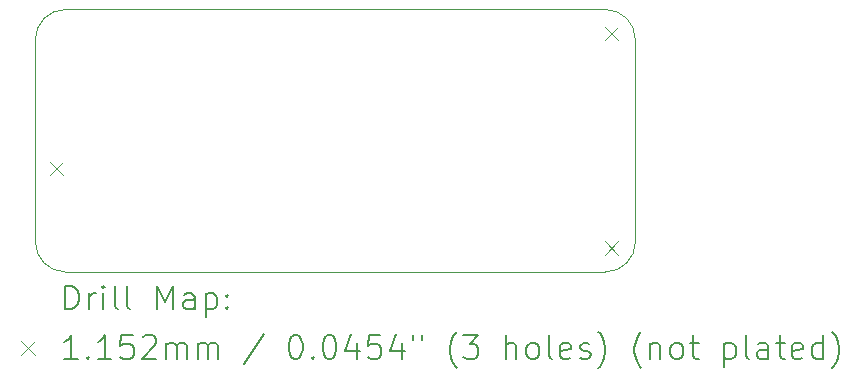
<source format=gbr>
%TF.GenerationSoftware,KiCad,Pcbnew,(6.0.7)*%
%TF.CreationDate,2022-12-19T16:29:39-08:00*%
%TF.ProjectId,Intermediary_revC_4layer,496e7465-726d-4656-9469-6172795f7265,rev?*%
%TF.SameCoordinates,Original*%
%TF.FileFunction,Drillmap*%
%TF.FilePolarity,Positive*%
%FSLAX45Y45*%
G04 Gerber Fmt 4.5, Leading zero omitted, Abs format (unit mm)*
G04 Created by KiCad (PCBNEW (6.0.7)) date 2022-12-19 16:29:39*
%MOMM*%
%LPD*%
G01*
G04 APERTURE LIST*
%ADD10C,0.100000*%
%ADD11C,0.200000*%
%ADD12C,0.115200*%
G04 APERTURE END LIST*
D10*
X16764000Y-10604500D02*
G75*
G03*
X17018000Y-10350500I0J254000D01*
G01*
X12192000Y-8382000D02*
G75*
G03*
X11938000Y-8636000I0J-254000D01*
G01*
X12192000Y-8382000D02*
X16764000Y-8382000D01*
X17018000Y-8636000D02*
G75*
G03*
X16764000Y-8382000I-254000J0D01*
G01*
X11938000Y-10350500D02*
X11938000Y-8636000D01*
X16764000Y-10604500D02*
X12192000Y-10604500D01*
X11938000Y-10350500D02*
G75*
G03*
X12192000Y-10604500I254000J0D01*
G01*
X17018000Y-8636000D02*
X17018000Y-10350500D01*
D11*
D12*
X12058200Y-9670600D02*
X12173400Y-9785800D01*
X12173400Y-9670600D02*
X12058200Y-9785800D01*
X16757200Y-8527600D02*
X16872400Y-8642800D01*
X16872400Y-8527600D02*
X16757200Y-8642800D01*
X16757200Y-10343700D02*
X16872400Y-10458900D01*
X16872400Y-10343700D02*
X16757200Y-10458900D01*
D11*
X12190619Y-10919976D02*
X12190619Y-10719976D01*
X12238238Y-10719976D01*
X12266809Y-10729500D01*
X12285857Y-10748548D01*
X12295381Y-10767595D01*
X12304905Y-10805690D01*
X12304905Y-10834262D01*
X12295381Y-10872357D01*
X12285857Y-10891405D01*
X12266809Y-10910452D01*
X12238238Y-10919976D01*
X12190619Y-10919976D01*
X12390619Y-10919976D02*
X12390619Y-10786643D01*
X12390619Y-10824738D02*
X12400143Y-10805690D01*
X12409667Y-10796167D01*
X12428714Y-10786643D01*
X12447762Y-10786643D01*
X12514428Y-10919976D02*
X12514428Y-10786643D01*
X12514428Y-10719976D02*
X12504905Y-10729500D01*
X12514428Y-10739024D01*
X12523952Y-10729500D01*
X12514428Y-10719976D01*
X12514428Y-10739024D01*
X12638238Y-10919976D02*
X12619190Y-10910452D01*
X12609667Y-10891405D01*
X12609667Y-10719976D01*
X12743000Y-10919976D02*
X12723952Y-10910452D01*
X12714428Y-10891405D01*
X12714428Y-10719976D01*
X12971571Y-10919976D02*
X12971571Y-10719976D01*
X13038238Y-10862833D01*
X13104905Y-10719976D01*
X13104905Y-10919976D01*
X13285857Y-10919976D02*
X13285857Y-10815214D01*
X13276333Y-10796167D01*
X13257286Y-10786643D01*
X13219190Y-10786643D01*
X13200143Y-10796167D01*
X13285857Y-10910452D02*
X13266809Y-10919976D01*
X13219190Y-10919976D01*
X13200143Y-10910452D01*
X13190619Y-10891405D01*
X13190619Y-10872357D01*
X13200143Y-10853310D01*
X13219190Y-10843786D01*
X13266809Y-10843786D01*
X13285857Y-10834262D01*
X13381095Y-10786643D02*
X13381095Y-10986643D01*
X13381095Y-10796167D02*
X13400143Y-10786643D01*
X13438238Y-10786643D01*
X13457286Y-10796167D01*
X13466809Y-10805690D01*
X13476333Y-10824738D01*
X13476333Y-10881881D01*
X13466809Y-10900929D01*
X13457286Y-10910452D01*
X13438238Y-10919976D01*
X13400143Y-10919976D01*
X13381095Y-10910452D01*
X13562048Y-10900929D02*
X13571571Y-10910452D01*
X13562048Y-10919976D01*
X13552524Y-10910452D01*
X13562048Y-10900929D01*
X13562048Y-10919976D01*
X13562048Y-10796167D02*
X13571571Y-10805690D01*
X13562048Y-10815214D01*
X13552524Y-10805690D01*
X13562048Y-10796167D01*
X13562048Y-10815214D01*
D12*
X11817800Y-11191900D02*
X11933000Y-11307100D01*
X11933000Y-11191900D02*
X11817800Y-11307100D01*
D11*
X12295381Y-11339976D02*
X12181095Y-11339976D01*
X12238238Y-11339976D02*
X12238238Y-11139976D01*
X12219190Y-11168548D01*
X12200143Y-11187595D01*
X12181095Y-11197119D01*
X12381095Y-11320928D02*
X12390619Y-11330452D01*
X12381095Y-11339976D01*
X12371571Y-11330452D01*
X12381095Y-11320928D01*
X12381095Y-11339976D01*
X12581095Y-11339976D02*
X12466809Y-11339976D01*
X12523952Y-11339976D02*
X12523952Y-11139976D01*
X12504905Y-11168548D01*
X12485857Y-11187595D01*
X12466809Y-11197119D01*
X12762048Y-11139976D02*
X12666809Y-11139976D01*
X12657286Y-11235214D01*
X12666809Y-11225690D01*
X12685857Y-11216167D01*
X12733476Y-11216167D01*
X12752524Y-11225690D01*
X12762048Y-11235214D01*
X12771571Y-11254262D01*
X12771571Y-11301881D01*
X12762048Y-11320928D01*
X12752524Y-11330452D01*
X12733476Y-11339976D01*
X12685857Y-11339976D01*
X12666809Y-11330452D01*
X12657286Y-11320928D01*
X12847762Y-11159024D02*
X12857286Y-11149500D01*
X12876333Y-11139976D01*
X12923952Y-11139976D01*
X12943000Y-11149500D01*
X12952524Y-11159024D01*
X12962048Y-11178071D01*
X12962048Y-11197119D01*
X12952524Y-11225690D01*
X12838238Y-11339976D01*
X12962048Y-11339976D01*
X13047762Y-11339976D02*
X13047762Y-11206643D01*
X13047762Y-11225690D02*
X13057286Y-11216167D01*
X13076333Y-11206643D01*
X13104905Y-11206643D01*
X13123952Y-11216167D01*
X13133476Y-11235214D01*
X13133476Y-11339976D01*
X13133476Y-11235214D02*
X13143000Y-11216167D01*
X13162048Y-11206643D01*
X13190619Y-11206643D01*
X13209667Y-11216167D01*
X13219190Y-11235214D01*
X13219190Y-11339976D01*
X13314428Y-11339976D02*
X13314428Y-11206643D01*
X13314428Y-11225690D02*
X13323952Y-11216167D01*
X13343000Y-11206643D01*
X13371571Y-11206643D01*
X13390619Y-11216167D01*
X13400143Y-11235214D01*
X13400143Y-11339976D01*
X13400143Y-11235214D02*
X13409667Y-11216167D01*
X13428714Y-11206643D01*
X13457286Y-11206643D01*
X13476333Y-11216167D01*
X13485857Y-11235214D01*
X13485857Y-11339976D01*
X13876333Y-11130452D02*
X13704905Y-11387595D01*
X14133476Y-11139976D02*
X14152524Y-11139976D01*
X14171571Y-11149500D01*
X14181095Y-11159024D01*
X14190619Y-11178071D01*
X14200143Y-11216167D01*
X14200143Y-11263786D01*
X14190619Y-11301881D01*
X14181095Y-11320928D01*
X14171571Y-11330452D01*
X14152524Y-11339976D01*
X14133476Y-11339976D01*
X14114428Y-11330452D01*
X14104905Y-11320928D01*
X14095381Y-11301881D01*
X14085857Y-11263786D01*
X14085857Y-11216167D01*
X14095381Y-11178071D01*
X14104905Y-11159024D01*
X14114428Y-11149500D01*
X14133476Y-11139976D01*
X14285857Y-11320928D02*
X14295381Y-11330452D01*
X14285857Y-11339976D01*
X14276333Y-11330452D01*
X14285857Y-11320928D01*
X14285857Y-11339976D01*
X14419190Y-11139976D02*
X14438238Y-11139976D01*
X14457286Y-11149500D01*
X14466809Y-11159024D01*
X14476333Y-11178071D01*
X14485857Y-11216167D01*
X14485857Y-11263786D01*
X14476333Y-11301881D01*
X14466809Y-11320928D01*
X14457286Y-11330452D01*
X14438238Y-11339976D01*
X14419190Y-11339976D01*
X14400143Y-11330452D01*
X14390619Y-11320928D01*
X14381095Y-11301881D01*
X14371571Y-11263786D01*
X14371571Y-11216167D01*
X14381095Y-11178071D01*
X14390619Y-11159024D01*
X14400143Y-11149500D01*
X14419190Y-11139976D01*
X14657286Y-11206643D02*
X14657286Y-11339976D01*
X14609667Y-11130452D02*
X14562048Y-11273309D01*
X14685857Y-11273309D01*
X14857286Y-11139976D02*
X14762048Y-11139976D01*
X14752524Y-11235214D01*
X14762048Y-11225690D01*
X14781095Y-11216167D01*
X14828714Y-11216167D01*
X14847762Y-11225690D01*
X14857286Y-11235214D01*
X14866809Y-11254262D01*
X14866809Y-11301881D01*
X14857286Y-11320928D01*
X14847762Y-11330452D01*
X14828714Y-11339976D01*
X14781095Y-11339976D01*
X14762048Y-11330452D01*
X14752524Y-11320928D01*
X15038238Y-11206643D02*
X15038238Y-11339976D01*
X14990619Y-11130452D02*
X14943000Y-11273309D01*
X15066809Y-11273309D01*
X15133476Y-11139976D02*
X15133476Y-11178071D01*
X15209667Y-11139976D02*
X15209667Y-11178071D01*
X15504905Y-11416167D02*
X15495381Y-11406643D01*
X15476333Y-11378071D01*
X15466809Y-11359024D01*
X15457286Y-11330452D01*
X15447762Y-11282833D01*
X15447762Y-11244738D01*
X15457286Y-11197119D01*
X15466809Y-11168548D01*
X15476333Y-11149500D01*
X15495381Y-11120929D01*
X15504905Y-11111405D01*
X15562048Y-11139976D02*
X15685857Y-11139976D01*
X15619190Y-11216167D01*
X15647762Y-11216167D01*
X15666809Y-11225690D01*
X15676333Y-11235214D01*
X15685857Y-11254262D01*
X15685857Y-11301881D01*
X15676333Y-11320928D01*
X15666809Y-11330452D01*
X15647762Y-11339976D01*
X15590619Y-11339976D01*
X15571571Y-11330452D01*
X15562048Y-11320928D01*
X15923952Y-11339976D02*
X15923952Y-11139976D01*
X16009667Y-11339976D02*
X16009667Y-11235214D01*
X16000143Y-11216167D01*
X15981095Y-11206643D01*
X15952524Y-11206643D01*
X15933476Y-11216167D01*
X15923952Y-11225690D01*
X16133476Y-11339976D02*
X16114428Y-11330452D01*
X16104905Y-11320928D01*
X16095381Y-11301881D01*
X16095381Y-11244738D01*
X16104905Y-11225690D01*
X16114428Y-11216167D01*
X16133476Y-11206643D01*
X16162048Y-11206643D01*
X16181095Y-11216167D01*
X16190619Y-11225690D01*
X16200143Y-11244738D01*
X16200143Y-11301881D01*
X16190619Y-11320928D01*
X16181095Y-11330452D01*
X16162048Y-11339976D01*
X16133476Y-11339976D01*
X16314428Y-11339976D02*
X16295381Y-11330452D01*
X16285857Y-11311405D01*
X16285857Y-11139976D01*
X16466809Y-11330452D02*
X16447762Y-11339976D01*
X16409667Y-11339976D01*
X16390619Y-11330452D01*
X16381095Y-11311405D01*
X16381095Y-11235214D01*
X16390619Y-11216167D01*
X16409667Y-11206643D01*
X16447762Y-11206643D01*
X16466809Y-11216167D01*
X16476333Y-11235214D01*
X16476333Y-11254262D01*
X16381095Y-11273309D01*
X16552524Y-11330452D02*
X16571571Y-11339976D01*
X16609667Y-11339976D01*
X16628714Y-11330452D01*
X16638238Y-11311405D01*
X16638238Y-11301881D01*
X16628714Y-11282833D01*
X16609667Y-11273309D01*
X16581095Y-11273309D01*
X16562048Y-11263786D01*
X16552524Y-11244738D01*
X16552524Y-11235214D01*
X16562048Y-11216167D01*
X16581095Y-11206643D01*
X16609667Y-11206643D01*
X16628714Y-11216167D01*
X16704905Y-11416167D02*
X16714428Y-11406643D01*
X16733476Y-11378071D01*
X16743000Y-11359024D01*
X16752524Y-11330452D01*
X16762048Y-11282833D01*
X16762048Y-11244738D01*
X16752524Y-11197119D01*
X16743000Y-11168548D01*
X16733476Y-11149500D01*
X16714428Y-11120929D01*
X16704905Y-11111405D01*
X17066810Y-11416167D02*
X17057286Y-11406643D01*
X17038238Y-11378071D01*
X17028714Y-11359024D01*
X17019190Y-11330452D01*
X17009667Y-11282833D01*
X17009667Y-11244738D01*
X17019190Y-11197119D01*
X17028714Y-11168548D01*
X17038238Y-11149500D01*
X17057286Y-11120929D01*
X17066810Y-11111405D01*
X17143000Y-11206643D02*
X17143000Y-11339976D01*
X17143000Y-11225690D02*
X17152524Y-11216167D01*
X17171571Y-11206643D01*
X17200143Y-11206643D01*
X17219190Y-11216167D01*
X17228714Y-11235214D01*
X17228714Y-11339976D01*
X17352524Y-11339976D02*
X17333476Y-11330452D01*
X17323952Y-11320928D01*
X17314429Y-11301881D01*
X17314429Y-11244738D01*
X17323952Y-11225690D01*
X17333476Y-11216167D01*
X17352524Y-11206643D01*
X17381095Y-11206643D01*
X17400143Y-11216167D01*
X17409667Y-11225690D01*
X17419190Y-11244738D01*
X17419190Y-11301881D01*
X17409667Y-11320928D01*
X17400143Y-11330452D01*
X17381095Y-11339976D01*
X17352524Y-11339976D01*
X17476333Y-11206643D02*
X17552524Y-11206643D01*
X17504905Y-11139976D02*
X17504905Y-11311405D01*
X17514429Y-11330452D01*
X17533476Y-11339976D01*
X17552524Y-11339976D01*
X17771571Y-11206643D02*
X17771571Y-11406643D01*
X17771571Y-11216167D02*
X17790619Y-11206643D01*
X17828714Y-11206643D01*
X17847762Y-11216167D01*
X17857286Y-11225690D01*
X17866810Y-11244738D01*
X17866810Y-11301881D01*
X17857286Y-11320928D01*
X17847762Y-11330452D01*
X17828714Y-11339976D01*
X17790619Y-11339976D01*
X17771571Y-11330452D01*
X17981095Y-11339976D02*
X17962048Y-11330452D01*
X17952524Y-11311405D01*
X17952524Y-11139976D01*
X18143000Y-11339976D02*
X18143000Y-11235214D01*
X18133476Y-11216167D01*
X18114429Y-11206643D01*
X18076333Y-11206643D01*
X18057286Y-11216167D01*
X18143000Y-11330452D02*
X18123952Y-11339976D01*
X18076333Y-11339976D01*
X18057286Y-11330452D01*
X18047762Y-11311405D01*
X18047762Y-11292357D01*
X18057286Y-11273309D01*
X18076333Y-11263786D01*
X18123952Y-11263786D01*
X18143000Y-11254262D01*
X18209667Y-11206643D02*
X18285857Y-11206643D01*
X18238238Y-11139976D02*
X18238238Y-11311405D01*
X18247762Y-11330452D01*
X18266810Y-11339976D01*
X18285857Y-11339976D01*
X18428714Y-11330452D02*
X18409667Y-11339976D01*
X18371571Y-11339976D01*
X18352524Y-11330452D01*
X18343000Y-11311405D01*
X18343000Y-11235214D01*
X18352524Y-11216167D01*
X18371571Y-11206643D01*
X18409667Y-11206643D01*
X18428714Y-11216167D01*
X18438238Y-11235214D01*
X18438238Y-11254262D01*
X18343000Y-11273309D01*
X18609667Y-11339976D02*
X18609667Y-11139976D01*
X18609667Y-11330452D02*
X18590619Y-11339976D01*
X18552524Y-11339976D01*
X18533476Y-11330452D01*
X18523952Y-11320928D01*
X18514429Y-11301881D01*
X18514429Y-11244738D01*
X18523952Y-11225690D01*
X18533476Y-11216167D01*
X18552524Y-11206643D01*
X18590619Y-11206643D01*
X18609667Y-11216167D01*
X18685857Y-11416167D02*
X18695381Y-11406643D01*
X18714429Y-11378071D01*
X18723952Y-11359024D01*
X18733476Y-11330452D01*
X18743000Y-11282833D01*
X18743000Y-11244738D01*
X18733476Y-11197119D01*
X18723952Y-11168548D01*
X18714429Y-11149500D01*
X18695381Y-11120929D01*
X18685857Y-11111405D01*
M02*

</source>
